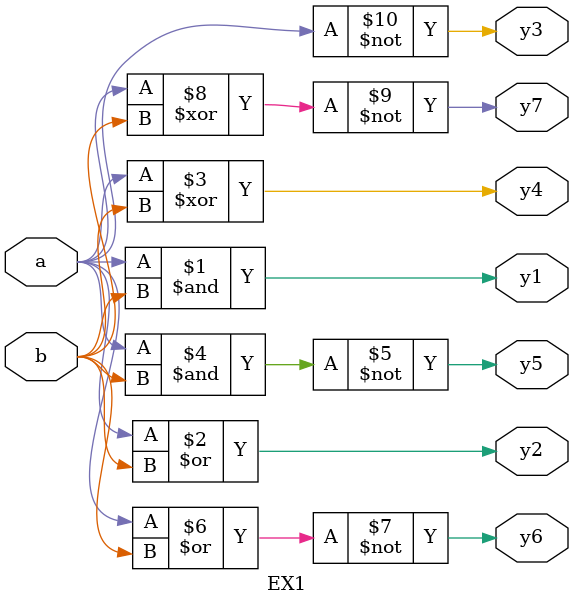
<source format=v>
module EX1(a,b,y1,y2,y3,y4,y5,y6,y7); 
input a,b; 
output y1,y2,y3,y4,y5,y6,y7; 
and (y1,a,b); 
or (y2,a,b); 
not (y3,a); 
xor (y4,a,b); 
nand (y5,a,b); 
nor(y6,a,b); 
xnor (y7,a,b); 
endmodule 

</source>
